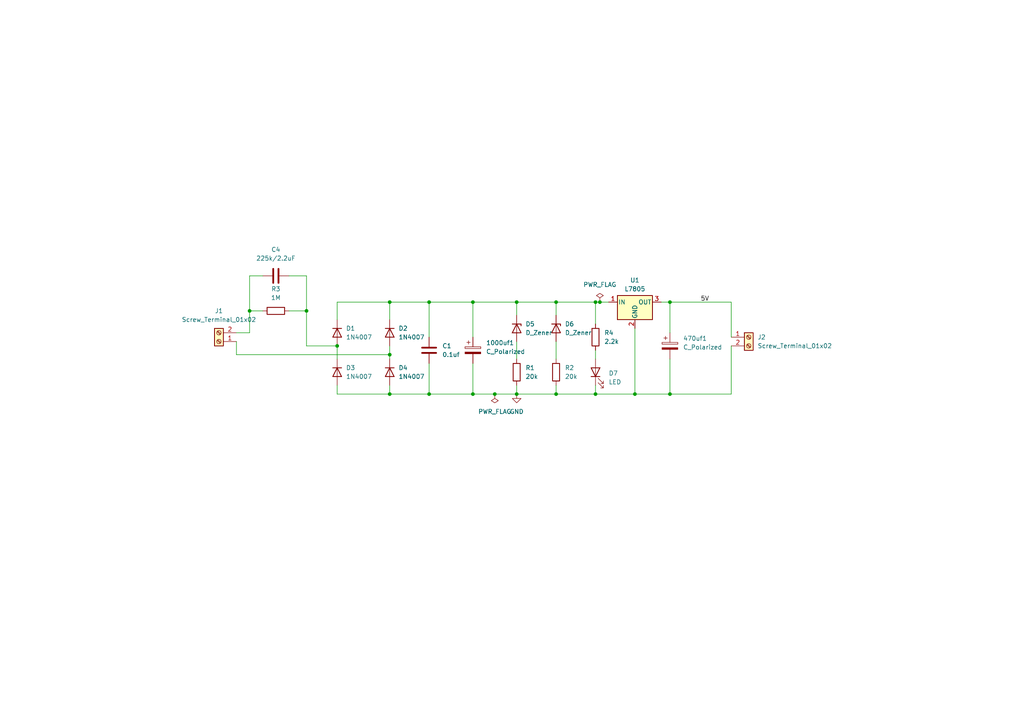
<source format=kicad_sch>
(kicad_sch
	(version 20250114)
	(generator "eeschema")
	(generator_version "9.0")
	(uuid "a6f4a6d4-4c9e-4d60-ac89-75c2ea221e15")
	(paper "A4")
	(title_block
		(title "transformer less power supply")
		(date "2025-12-19")
	)
	(lib_symbols
		(symbol "Connector:Screw_Terminal_01x02"
			(pin_names
				(offset 1.016)
				(hide yes)
			)
			(exclude_from_sim no)
			(in_bom yes)
			(on_board yes)
			(property "Reference" "J"
				(at 0 2.54 0)
				(effects
					(font
						(size 1.27 1.27)
					)
				)
			)
			(property "Value" "Screw_Terminal_01x02"
				(at 0 -5.08 0)
				(effects
					(font
						(size 1.27 1.27)
					)
				)
			)
			(property "Footprint" ""
				(at 0 0 0)
				(effects
					(font
						(size 1.27 1.27)
					)
					(hide yes)
				)
			)
			(property "Datasheet" "~"
				(at 0 0 0)
				(effects
					(font
						(size 1.27 1.27)
					)
					(hide yes)
				)
			)
			(property "Description" "Generic screw terminal, single row, 01x02, script generated (kicad-library-utils/schlib/autogen/connector/)"
				(at 0 0 0)
				(effects
					(font
						(size 1.27 1.27)
					)
					(hide yes)
				)
			)
			(property "ki_keywords" "screw terminal"
				(at 0 0 0)
				(effects
					(font
						(size 1.27 1.27)
					)
					(hide yes)
				)
			)
			(property "ki_fp_filters" "TerminalBlock*:*"
				(at 0 0 0)
				(effects
					(font
						(size 1.27 1.27)
					)
					(hide yes)
				)
			)
			(symbol "Screw_Terminal_01x02_1_1"
				(rectangle
					(start -1.27 1.27)
					(end 1.27 -3.81)
					(stroke
						(width 0.254)
						(type default)
					)
					(fill
						(type background)
					)
				)
				(polyline
					(pts
						(xy -0.5334 0.3302) (xy 0.3302 -0.508)
					)
					(stroke
						(width 0.1524)
						(type default)
					)
					(fill
						(type none)
					)
				)
				(polyline
					(pts
						(xy -0.5334 -2.2098) (xy 0.3302 -3.048)
					)
					(stroke
						(width 0.1524)
						(type default)
					)
					(fill
						(type none)
					)
				)
				(polyline
					(pts
						(xy -0.3556 0.508) (xy 0.508 -0.3302)
					)
					(stroke
						(width 0.1524)
						(type default)
					)
					(fill
						(type none)
					)
				)
				(polyline
					(pts
						(xy -0.3556 -2.032) (xy 0.508 -2.8702)
					)
					(stroke
						(width 0.1524)
						(type default)
					)
					(fill
						(type none)
					)
				)
				(circle
					(center 0 0)
					(radius 0.635)
					(stroke
						(width 0.1524)
						(type default)
					)
					(fill
						(type none)
					)
				)
				(circle
					(center 0 -2.54)
					(radius 0.635)
					(stroke
						(width 0.1524)
						(type default)
					)
					(fill
						(type none)
					)
				)
				(pin passive line
					(at -5.08 0 0)
					(length 3.81)
					(name "Pin_1"
						(effects
							(font
								(size 1.27 1.27)
							)
						)
					)
					(number "1"
						(effects
							(font
								(size 1.27 1.27)
							)
						)
					)
				)
				(pin passive line
					(at -5.08 -2.54 0)
					(length 3.81)
					(name "Pin_2"
						(effects
							(font
								(size 1.27 1.27)
							)
						)
					)
					(number "2"
						(effects
							(font
								(size 1.27 1.27)
							)
						)
					)
				)
			)
			(embedded_fonts no)
		)
		(symbol "Device:C"
			(pin_numbers
				(hide yes)
			)
			(pin_names
				(offset 0.254)
			)
			(exclude_from_sim no)
			(in_bom yes)
			(on_board yes)
			(property "Reference" "C"
				(at 0.635 2.54 0)
				(effects
					(font
						(size 1.27 1.27)
					)
					(justify left)
				)
			)
			(property "Value" "C"
				(at 0.635 -2.54 0)
				(effects
					(font
						(size 1.27 1.27)
					)
					(justify left)
				)
			)
			(property "Footprint" ""
				(at 0.9652 -3.81 0)
				(effects
					(font
						(size 1.27 1.27)
					)
					(hide yes)
				)
			)
			(property "Datasheet" "~"
				(at 0 0 0)
				(effects
					(font
						(size 1.27 1.27)
					)
					(hide yes)
				)
			)
			(property "Description" "Unpolarized capacitor"
				(at 0 0 0)
				(effects
					(font
						(size 1.27 1.27)
					)
					(hide yes)
				)
			)
			(property "ki_keywords" "cap capacitor"
				(at 0 0 0)
				(effects
					(font
						(size 1.27 1.27)
					)
					(hide yes)
				)
			)
			(property "ki_fp_filters" "C_*"
				(at 0 0 0)
				(effects
					(font
						(size 1.27 1.27)
					)
					(hide yes)
				)
			)
			(symbol "C_0_1"
				(polyline
					(pts
						(xy -2.032 0.762) (xy 2.032 0.762)
					)
					(stroke
						(width 0.508)
						(type default)
					)
					(fill
						(type none)
					)
				)
				(polyline
					(pts
						(xy -2.032 -0.762) (xy 2.032 -0.762)
					)
					(stroke
						(width 0.508)
						(type default)
					)
					(fill
						(type none)
					)
				)
			)
			(symbol "C_1_1"
				(pin passive line
					(at 0 3.81 270)
					(length 2.794)
					(name "~"
						(effects
							(font
								(size 1.27 1.27)
							)
						)
					)
					(number "1"
						(effects
							(font
								(size 1.27 1.27)
							)
						)
					)
				)
				(pin passive line
					(at 0 -3.81 90)
					(length 2.794)
					(name "~"
						(effects
							(font
								(size 1.27 1.27)
							)
						)
					)
					(number "2"
						(effects
							(font
								(size 1.27 1.27)
							)
						)
					)
				)
			)
			(embedded_fonts no)
		)
		(symbol "Device:C_Polarized"
			(pin_numbers
				(hide yes)
			)
			(pin_names
				(offset 0.254)
			)
			(exclude_from_sim no)
			(in_bom yes)
			(on_board yes)
			(property "Reference" "C"
				(at 0.635 2.54 0)
				(effects
					(font
						(size 1.27 1.27)
					)
					(justify left)
				)
			)
			(property "Value" "C_Polarized"
				(at 0.635 -2.54 0)
				(effects
					(font
						(size 1.27 1.27)
					)
					(justify left)
				)
			)
			(property "Footprint" ""
				(at 0.9652 -3.81 0)
				(effects
					(font
						(size 1.27 1.27)
					)
					(hide yes)
				)
			)
			(property "Datasheet" "~"
				(at 0 0 0)
				(effects
					(font
						(size 1.27 1.27)
					)
					(hide yes)
				)
			)
			(property "Description" "Polarized capacitor"
				(at 0 0 0)
				(effects
					(font
						(size 1.27 1.27)
					)
					(hide yes)
				)
			)
			(property "ki_keywords" "cap capacitor"
				(at 0 0 0)
				(effects
					(font
						(size 1.27 1.27)
					)
					(hide yes)
				)
			)
			(property "ki_fp_filters" "CP_*"
				(at 0 0 0)
				(effects
					(font
						(size 1.27 1.27)
					)
					(hide yes)
				)
			)
			(symbol "C_Polarized_0_1"
				(rectangle
					(start -2.286 0.508)
					(end 2.286 1.016)
					(stroke
						(width 0)
						(type default)
					)
					(fill
						(type none)
					)
				)
				(polyline
					(pts
						(xy -1.778 2.286) (xy -0.762 2.286)
					)
					(stroke
						(width 0)
						(type default)
					)
					(fill
						(type none)
					)
				)
				(polyline
					(pts
						(xy -1.27 2.794) (xy -1.27 1.778)
					)
					(stroke
						(width 0)
						(type default)
					)
					(fill
						(type none)
					)
				)
				(rectangle
					(start 2.286 -0.508)
					(end -2.286 -1.016)
					(stroke
						(width 0)
						(type default)
					)
					(fill
						(type outline)
					)
				)
			)
			(symbol "C_Polarized_1_1"
				(pin passive line
					(at 0 3.81 270)
					(length 2.794)
					(name "~"
						(effects
							(font
								(size 1.27 1.27)
							)
						)
					)
					(number "1"
						(effects
							(font
								(size 1.27 1.27)
							)
						)
					)
				)
				(pin passive line
					(at 0 -3.81 90)
					(length 2.794)
					(name "~"
						(effects
							(font
								(size 1.27 1.27)
							)
						)
					)
					(number "2"
						(effects
							(font
								(size 1.27 1.27)
							)
						)
					)
				)
			)
			(embedded_fonts no)
		)
		(symbol "Device:D_Zener"
			(pin_numbers
				(hide yes)
			)
			(pin_names
				(offset 1.016)
				(hide yes)
			)
			(exclude_from_sim no)
			(in_bom yes)
			(on_board yes)
			(property "Reference" "D"
				(at 0 2.54 0)
				(effects
					(font
						(size 1.27 1.27)
					)
				)
			)
			(property "Value" "D_Zener"
				(at 0 -2.54 0)
				(effects
					(font
						(size 1.27 1.27)
					)
				)
			)
			(property "Footprint" ""
				(at 0 0 0)
				(effects
					(font
						(size 1.27 1.27)
					)
					(hide yes)
				)
			)
			(property "Datasheet" "~"
				(at 0 0 0)
				(effects
					(font
						(size 1.27 1.27)
					)
					(hide yes)
				)
			)
			(property "Description" "Zener diode"
				(at 0 0 0)
				(effects
					(font
						(size 1.27 1.27)
					)
					(hide yes)
				)
			)
			(property "ki_keywords" "diode"
				(at 0 0 0)
				(effects
					(font
						(size 1.27 1.27)
					)
					(hide yes)
				)
			)
			(property "ki_fp_filters" "TO-???* *_Diode_* *SingleDiode* D_*"
				(at 0 0 0)
				(effects
					(font
						(size 1.27 1.27)
					)
					(hide yes)
				)
			)
			(symbol "D_Zener_0_1"
				(polyline
					(pts
						(xy -1.27 -1.27) (xy -1.27 1.27) (xy -0.762 1.27)
					)
					(stroke
						(width 0.254)
						(type default)
					)
					(fill
						(type none)
					)
				)
				(polyline
					(pts
						(xy 1.27 0) (xy -1.27 0)
					)
					(stroke
						(width 0)
						(type default)
					)
					(fill
						(type none)
					)
				)
				(polyline
					(pts
						(xy 1.27 -1.27) (xy 1.27 1.27) (xy -1.27 0) (xy 1.27 -1.27)
					)
					(stroke
						(width 0.254)
						(type default)
					)
					(fill
						(type none)
					)
				)
			)
			(symbol "D_Zener_1_1"
				(pin passive line
					(at -3.81 0 0)
					(length 2.54)
					(name "K"
						(effects
							(font
								(size 1.27 1.27)
							)
						)
					)
					(number "1"
						(effects
							(font
								(size 1.27 1.27)
							)
						)
					)
				)
				(pin passive line
					(at 3.81 0 180)
					(length 2.54)
					(name "A"
						(effects
							(font
								(size 1.27 1.27)
							)
						)
					)
					(number "2"
						(effects
							(font
								(size 1.27 1.27)
							)
						)
					)
				)
			)
			(embedded_fonts no)
		)
		(symbol "Device:LED"
			(pin_numbers
				(hide yes)
			)
			(pin_names
				(offset 1.016)
				(hide yes)
			)
			(exclude_from_sim no)
			(in_bom yes)
			(on_board yes)
			(property "Reference" "D"
				(at 0 2.54 0)
				(effects
					(font
						(size 1.27 1.27)
					)
				)
			)
			(property "Value" "LED"
				(at 0 -2.54 0)
				(effects
					(font
						(size 1.27 1.27)
					)
				)
			)
			(property "Footprint" ""
				(at 0 0 0)
				(effects
					(font
						(size 1.27 1.27)
					)
					(hide yes)
				)
			)
			(property "Datasheet" "~"
				(at 0 0 0)
				(effects
					(font
						(size 1.27 1.27)
					)
					(hide yes)
				)
			)
			(property "Description" "Light emitting diode"
				(at 0 0 0)
				(effects
					(font
						(size 1.27 1.27)
					)
					(hide yes)
				)
			)
			(property "Sim.Pins" "1=K 2=A"
				(at 0 0 0)
				(effects
					(font
						(size 1.27 1.27)
					)
					(hide yes)
				)
			)
			(property "ki_keywords" "LED diode"
				(at 0 0 0)
				(effects
					(font
						(size 1.27 1.27)
					)
					(hide yes)
				)
			)
			(property "ki_fp_filters" "LED* LED_SMD:* LED_THT:*"
				(at 0 0 0)
				(effects
					(font
						(size 1.27 1.27)
					)
					(hide yes)
				)
			)
			(symbol "LED_0_1"
				(polyline
					(pts
						(xy -3.048 -0.762) (xy -4.572 -2.286) (xy -3.81 -2.286) (xy -4.572 -2.286) (xy -4.572 -1.524)
					)
					(stroke
						(width 0)
						(type default)
					)
					(fill
						(type none)
					)
				)
				(polyline
					(pts
						(xy -1.778 -0.762) (xy -3.302 -2.286) (xy -2.54 -2.286) (xy -3.302 -2.286) (xy -3.302 -1.524)
					)
					(stroke
						(width 0)
						(type default)
					)
					(fill
						(type none)
					)
				)
				(polyline
					(pts
						(xy -1.27 0) (xy 1.27 0)
					)
					(stroke
						(width 0)
						(type default)
					)
					(fill
						(type none)
					)
				)
				(polyline
					(pts
						(xy -1.27 -1.27) (xy -1.27 1.27)
					)
					(stroke
						(width 0.254)
						(type default)
					)
					(fill
						(type none)
					)
				)
				(polyline
					(pts
						(xy 1.27 -1.27) (xy 1.27 1.27) (xy -1.27 0) (xy 1.27 -1.27)
					)
					(stroke
						(width 0.254)
						(type default)
					)
					(fill
						(type none)
					)
				)
			)
			(symbol "LED_1_1"
				(pin passive line
					(at -3.81 0 0)
					(length 2.54)
					(name "K"
						(effects
							(font
								(size 1.27 1.27)
							)
						)
					)
					(number "1"
						(effects
							(font
								(size 1.27 1.27)
							)
						)
					)
				)
				(pin passive line
					(at 3.81 0 180)
					(length 2.54)
					(name "A"
						(effects
							(font
								(size 1.27 1.27)
							)
						)
					)
					(number "2"
						(effects
							(font
								(size 1.27 1.27)
							)
						)
					)
				)
			)
			(embedded_fonts no)
		)
		(symbol "Device:R"
			(pin_numbers
				(hide yes)
			)
			(pin_names
				(offset 0)
			)
			(exclude_from_sim no)
			(in_bom yes)
			(on_board yes)
			(property "Reference" "R"
				(at 2.032 0 90)
				(effects
					(font
						(size 1.27 1.27)
					)
				)
			)
			(property "Value" "R"
				(at 0 0 90)
				(effects
					(font
						(size 1.27 1.27)
					)
				)
			)
			(property "Footprint" ""
				(at -1.778 0 90)
				(effects
					(font
						(size 1.27 1.27)
					)
					(hide yes)
				)
			)
			(property "Datasheet" "~"
				(at 0 0 0)
				(effects
					(font
						(size 1.27 1.27)
					)
					(hide yes)
				)
			)
			(property "Description" "Resistor"
				(at 0 0 0)
				(effects
					(font
						(size 1.27 1.27)
					)
					(hide yes)
				)
			)
			(property "ki_keywords" "R res resistor"
				(at 0 0 0)
				(effects
					(font
						(size 1.27 1.27)
					)
					(hide yes)
				)
			)
			(property "ki_fp_filters" "R_*"
				(at 0 0 0)
				(effects
					(font
						(size 1.27 1.27)
					)
					(hide yes)
				)
			)
			(symbol "R_0_1"
				(rectangle
					(start -1.016 -2.54)
					(end 1.016 2.54)
					(stroke
						(width 0.254)
						(type default)
					)
					(fill
						(type none)
					)
				)
			)
			(symbol "R_1_1"
				(pin passive line
					(at 0 3.81 270)
					(length 1.27)
					(name "~"
						(effects
							(font
								(size 1.27 1.27)
							)
						)
					)
					(number "1"
						(effects
							(font
								(size 1.27 1.27)
							)
						)
					)
				)
				(pin passive line
					(at 0 -3.81 90)
					(length 1.27)
					(name "~"
						(effects
							(font
								(size 1.27 1.27)
							)
						)
					)
					(number "2"
						(effects
							(font
								(size 1.27 1.27)
							)
						)
					)
				)
			)
			(embedded_fonts no)
		)
		(symbol "Diode:1N4007"
			(pin_numbers
				(hide yes)
			)
			(pin_names
				(hide yes)
			)
			(exclude_from_sim no)
			(in_bom yes)
			(on_board yes)
			(property "Reference" "D"
				(at 0 2.54 0)
				(effects
					(font
						(size 1.27 1.27)
					)
				)
			)
			(property "Value" "1N4007"
				(at 0 -2.54 0)
				(effects
					(font
						(size 1.27 1.27)
					)
				)
			)
			(property "Footprint" "Diode_THT:D_DO-41_SOD81_P10.16mm_Horizontal"
				(at 0 -4.445 0)
				(effects
					(font
						(size 1.27 1.27)
					)
					(hide yes)
				)
			)
			(property "Datasheet" "http://www.vishay.com/docs/88503/1n4001.pdf"
				(at 0 0 0)
				(effects
					(font
						(size 1.27 1.27)
					)
					(hide yes)
				)
			)
			(property "Description" "1000V 1A General Purpose Rectifier Diode, DO-41"
				(at 0 0 0)
				(effects
					(font
						(size 1.27 1.27)
					)
					(hide yes)
				)
			)
			(property "Sim.Device" "D"
				(at 0 0 0)
				(effects
					(font
						(size 1.27 1.27)
					)
					(hide yes)
				)
			)
			(property "Sim.Pins" "1=K 2=A"
				(at 0 0 0)
				(effects
					(font
						(size 1.27 1.27)
					)
					(hide yes)
				)
			)
			(property "ki_keywords" "diode"
				(at 0 0 0)
				(effects
					(font
						(size 1.27 1.27)
					)
					(hide yes)
				)
			)
			(property "ki_fp_filters" "D*DO?41*"
				(at 0 0 0)
				(effects
					(font
						(size 1.27 1.27)
					)
					(hide yes)
				)
			)
			(symbol "1N4007_0_1"
				(polyline
					(pts
						(xy -1.27 1.27) (xy -1.27 -1.27)
					)
					(stroke
						(width 0.254)
						(type default)
					)
					(fill
						(type none)
					)
				)
				(polyline
					(pts
						(xy 1.27 1.27) (xy 1.27 -1.27) (xy -1.27 0) (xy 1.27 1.27)
					)
					(stroke
						(width 0.254)
						(type default)
					)
					(fill
						(type none)
					)
				)
				(polyline
					(pts
						(xy 1.27 0) (xy -1.27 0)
					)
					(stroke
						(width 0)
						(type default)
					)
					(fill
						(type none)
					)
				)
			)
			(symbol "1N4007_1_1"
				(pin passive line
					(at -3.81 0 0)
					(length 2.54)
					(name "K"
						(effects
							(font
								(size 1.27 1.27)
							)
						)
					)
					(number "1"
						(effects
							(font
								(size 1.27 1.27)
							)
						)
					)
				)
				(pin passive line
					(at 3.81 0 180)
					(length 2.54)
					(name "A"
						(effects
							(font
								(size 1.27 1.27)
							)
						)
					)
					(number "2"
						(effects
							(font
								(size 1.27 1.27)
							)
						)
					)
				)
			)
			(embedded_fonts no)
		)
		(symbol "Regulator_Linear:L7805"
			(pin_names
				(offset 0.254)
			)
			(exclude_from_sim no)
			(in_bom yes)
			(on_board yes)
			(property "Reference" "U"
				(at -3.81 3.175 0)
				(effects
					(font
						(size 1.27 1.27)
					)
				)
			)
			(property "Value" "L7805"
				(at 0 3.175 0)
				(effects
					(font
						(size 1.27 1.27)
					)
					(justify left)
				)
			)
			(property "Footprint" ""
				(at 0.635 -3.81 0)
				(effects
					(font
						(size 1.27 1.27)
						(italic yes)
					)
					(justify left)
					(hide yes)
				)
			)
			(property "Datasheet" "http://www.st.com/content/ccc/resource/technical/document/datasheet/41/4f/b3/b0/12/d4/47/88/CD00000444.pdf/files/CD00000444.pdf/jcr:content/translations/en.CD00000444.pdf"
				(at 0 -1.27 0)
				(effects
					(font
						(size 1.27 1.27)
					)
					(hide yes)
				)
			)
			(property "Description" "Positive 1.5A 35V Linear Regulator, Fixed Output 5V, TO-220/TO-263/TO-252"
				(at 0 0 0)
				(effects
					(font
						(size 1.27 1.27)
					)
					(hide yes)
				)
			)
			(property "ki_keywords" "Voltage Regulator 1.5A Positive"
				(at 0 0 0)
				(effects
					(font
						(size 1.27 1.27)
					)
					(hide yes)
				)
			)
			(property "ki_fp_filters" "TO?252* TO?263* TO?220*"
				(at 0 0 0)
				(effects
					(font
						(size 1.27 1.27)
					)
					(hide yes)
				)
			)
			(symbol "L7805_0_1"
				(rectangle
					(start -5.08 1.905)
					(end 5.08 -5.08)
					(stroke
						(width 0.254)
						(type default)
					)
					(fill
						(type background)
					)
				)
			)
			(symbol "L7805_1_1"
				(pin power_in line
					(at -7.62 0 0)
					(length 2.54)
					(name "IN"
						(effects
							(font
								(size 1.27 1.27)
							)
						)
					)
					(number "1"
						(effects
							(font
								(size 1.27 1.27)
							)
						)
					)
				)
				(pin power_in line
					(at 0 -7.62 90)
					(length 2.54)
					(name "GND"
						(effects
							(font
								(size 1.27 1.27)
							)
						)
					)
					(number "2"
						(effects
							(font
								(size 1.27 1.27)
							)
						)
					)
				)
				(pin power_out line
					(at 7.62 0 180)
					(length 2.54)
					(name "OUT"
						(effects
							(font
								(size 1.27 1.27)
							)
						)
					)
					(number "3"
						(effects
							(font
								(size 1.27 1.27)
							)
						)
					)
				)
			)
			(embedded_fonts no)
		)
		(symbol "power:GND"
			(power)
			(pin_numbers
				(hide yes)
			)
			(pin_names
				(offset 0)
				(hide yes)
			)
			(exclude_from_sim no)
			(in_bom yes)
			(on_board yes)
			(property "Reference" "#PWR"
				(at 0 -6.35 0)
				(effects
					(font
						(size 1.27 1.27)
					)
					(hide yes)
				)
			)
			(property "Value" "GND"
				(at 0 -3.81 0)
				(effects
					(font
						(size 1.27 1.27)
					)
				)
			)
			(property "Footprint" ""
				(at 0 0 0)
				(effects
					(font
						(size 1.27 1.27)
					)
					(hide yes)
				)
			)
			(property "Datasheet" ""
				(at 0 0 0)
				(effects
					(font
						(size 1.27 1.27)
					)
					(hide yes)
				)
			)
			(property "Description" "Power symbol creates a global label with name \"GND\" , ground"
				(at 0 0 0)
				(effects
					(font
						(size 1.27 1.27)
					)
					(hide yes)
				)
			)
			(property "ki_keywords" "global power"
				(at 0 0 0)
				(effects
					(font
						(size 1.27 1.27)
					)
					(hide yes)
				)
			)
			(symbol "GND_0_1"
				(polyline
					(pts
						(xy 0 0) (xy 0 -1.27) (xy 1.27 -1.27) (xy 0 -2.54) (xy -1.27 -1.27) (xy 0 -1.27)
					)
					(stroke
						(width 0)
						(type default)
					)
					(fill
						(type none)
					)
				)
			)
			(symbol "GND_1_1"
				(pin power_in line
					(at 0 0 270)
					(length 0)
					(name "~"
						(effects
							(font
								(size 1.27 1.27)
							)
						)
					)
					(number "1"
						(effects
							(font
								(size 1.27 1.27)
							)
						)
					)
				)
			)
			(embedded_fonts no)
		)
		(symbol "power:PWR_FLAG"
			(power)
			(pin_numbers
				(hide yes)
			)
			(pin_names
				(offset 0)
				(hide yes)
			)
			(exclude_from_sim no)
			(in_bom yes)
			(on_board yes)
			(property "Reference" "#FLG"
				(at 0 1.905 0)
				(effects
					(font
						(size 1.27 1.27)
					)
					(hide yes)
				)
			)
			(property "Value" "PWR_FLAG"
				(at 0 3.81 0)
				(effects
					(font
						(size 1.27 1.27)
					)
				)
			)
			(property "Footprint" ""
				(at 0 0 0)
				(effects
					(font
						(size 1.27 1.27)
					)
					(hide yes)
				)
			)
			(property "Datasheet" "~"
				(at 0 0 0)
				(effects
					(font
						(size 1.27 1.27)
					)
					(hide yes)
				)
			)
			(property "Description" "Special symbol for telling ERC where power comes from"
				(at 0 0 0)
				(effects
					(font
						(size 1.27 1.27)
					)
					(hide yes)
				)
			)
			(property "ki_keywords" "flag power"
				(at 0 0 0)
				(effects
					(font
						(size 1.27 1.27)
					)
					(hide yes)
				)
			)
			(symbol "PWR_FLAG_0_0"
				(pin power_out line
					(at 0 0 90)
					(length 0)
					(name "~"
						(effects
							(font
								(size 1.27 1.27)
							)
						)
					)
					(number "1"
						(effects
							(font
								(size 1.27 1.27)
							)
						)
					)
				)
			)
			(symbol "PWR_FLAG_0_1"
				(polyline
					(pts
						(xy 0 0) (xy 0 1.27) (xy -1.016 1.905) (xy 0 2.54) (xy 1.016 1.905) (xy 0 1.27)
					)
					(stroke
						(width 0)
						(type default)
					)
					(fill
						(type none)
					)
				)
			)
			(embedded_fonts no)
		)
	)
	(junction
		(at 113.03 102.87)
		(diameter 0)
		(color 0 0 0 0)
		(uuid "12fc8074-df80-4211-9eac-90df9dd72590")
	)
	(junction
		(at 161.29 87.63)
		(diameter 0)
		(color 0 0 0 0)
		(uuid "132ed006-f2e8-49ef-8a92-55d2a7526cbb")
	)
	(junction
		(at 172.72 87.63)
		(diameter 0)
		(color 0 0 0 0)
		(uuid "1a069c2b-3f28-41fd-b7cc-8815a668ca74")
	)
	(junction
		(at 184.15 114.3)
		(diameter 0)
		(color 0 0 0 0)
		(uuid "218c283a-8ec8-4c5e-9a6b-049431836ab9")
	)
	(junction
		(at 72.39 90.17)
		(diameter 0)
		(color 0 0 0 0)
		(uuid "2b352de1-79d8-40a7-a1a8-b51ac3a31020")
	)
	(junction
		(at 172.72 114.3)
		(diameter 0)
		(color 0 0 0 0)
		(uuid "4a974fce-f815-4dcd-9cf7-cee0f56c5443")
	)
	(junction
		(at 137.16 114.3)
		(diameter 0)
		(color 0 0 0 0)
		(uuid "4dd54b30-9982-440d-88d8-11c6620cc834")
	)
	(junction
		(at 124.46 87.63)
		(diameter 0)
		(color 0 0 0 0)
		(uuid "52571c7e-da56-43a6-96d1-078627f9114c")
	)
	(junction
		(at 137.16 87.63)
		(diameter 0)
		(color 0 0 0 0)
		(uuid "56915f7e-16e0-4410-8a17-599803df7eef")
	)
	(junction
		(at 143.51 114.3)
		(diameter 0)
		(color 0 0 0 0)
		(uuid "579cbaff-544a-46e9-91f5-37ccf0293866")
	)
	(junction
		(at 161.29 114.3)
		(diameter 0)
		(color 0 0 0 0)
		(uuid "5dfbe237-163b-482b-95c8-4b27bbebc382")
	)
	(junction
		(at 173.99 87.63)
		(diameter 0)
		(color 0 0 0 0)
		(uuid "8a501390-7e97-47e9-8ab1-83bb3227388d")
	)
	(junction
		(at 124.46 114.3)
		(diameter 0)
		(color 0 0 0 0)
		(uuid "a6718efa-1df0-454d-843e-7ffc6cde2a8f")
	)
	(junction
		(at 97.79 100.33)
		(diameter 0)
		(color 0 0 0 0)
		(uuid "ba4b7ee4-5da7-4105-b675-2763ff55290a")
	)
	(junction
		(at 113.03 87.63)
		(diameter 0)
		(color 0 0 0 0)
		(uuid "c0813226-fa19-4fcd-9167-6f0bdf8cc58a")
	)
	(junction
		(at 194.31 114.3)
		(diameter 0)
		(color 0 0 0 0)
		(uuid "cfdb1655-b089-44ce-8fa3-cc4880734a94")
	)
	(junction
		(at 113.03 114.3)
		(diameter 0)
		(color 0 0 0 0)
		(uuid "da3b97b5-dda7-46b7-8d75-6446eade489c")
	)
	(junction
		(at 149.86 114.3)
		(diameter 0)
		(color 0 0 0 0)
		(uuid "ddb73218-e00e-4b24-9478-dd8a6af5e6d1")
	)
	(junction
		(at 149.86 87.63)
		(diameter 0)
		(color 0 0 0 0)
		(uuid "ee4ef457-5f3e-4ca4-97c8-a7e065fd1e81")
	)
	(junction
		(at 194.31 87.63)
		(diameter 0)
		(color 0 0 0 0)
		(uuid "f584a647-c8c5-47b1-b9c8-10ca62f6a74d")
	)
	(junction
		(at 88.9 90.17)
		(diameter 0)
		(color 0 0 0 0)
		(uuid "f9d8c00c-9863-4200-96ce-3383d3533857")
	)
	(wire
		(pts
			(xy 191.77 87.63) (xy 194.31 87.63)
		)
		(stroke
			(width 0)
			(type default)
		)
		(uuid "051cddeb-fb7c-497e-8e9e-99523056537c")
	)
	(wire
		(pts
			(xy 149.86 111.76) (xy 149.86 114.3)
		)
		(stroke
			(width 0)
			(type default)
		)
		(uuid "0630fb89-f6da-4cbe-8c60-fdd2eacef6ef")
	)
	(wire
		(pts
			(xy 72.39 90.17) (xy 76.2 90.17)
		)
		(stroke
			(width 0)
			(type default)
		)
		(uuid "066233ca-a00c-41fc-ad1b-f6bad2fc3158")
	)
	(wire
		(pts
			(xy 83.82 80.01) (xy 88.9 80.01)
		)
		(stroke
			(width 0)
			(type default)
		)
		(uuid "0ebe1d7e-f4be-4632-8302-83d8e8637a32")
	)
	(wire
		(pts
			(xy 194.31 87.63) (xy 194.31 96.52)
		)
		(stroke
			(width 0)
			(type default)
		)
		(uuid "1333b070-1e8a-4c38-86c0-28329d9b4af9")
	)
	(wire
		(pts
			(xy 172.72 114.3) (xy 184.15 114.3)
		)
		(stroke
			(width 0)
			(type default)
		)
		(uuid "15e467fb-346b-4709-9b69-6bc4d82335aa")
	)
	(wire
		(pts
			(xy 149.86 87.63) (xy 161.29 87.63)
		)
		(stroke
			(width 0)
			(type default)
		)
		(uuid "1b9d165e-b9fb-4beb-8786-f5315b440462")
	)
	(wire
		(pts
			(xy 149.86 87.63) (xy 149.86 91.44)
		)
		(stroke
			(width 0)
			(type default)
		)
		(uuid "2027f6cf-7c87-4897-b454-70684c93efd3")
	)
	(wire
		(pts
			(xy 184.15 95.25) (xy 184.15 114.3)
		)
		(stroke
			(width 0)
			(type default)
		)
		(uuid "232f8b2f-1c2e-4ce8-ba7b-3a3a82094730")
	)
	(wire
		(pts
			(xy 194.31 87.63) (xy 212.09 87.63)
		)
		(stroke
			(width 0)
			(type default)
		)
		(uuid "273a93a9-6c04-4434-850f-f7d062dc058e")
	)
	(wire
		(pts
			(xy 113.03 100.33) (xy 113.03 102.87)
		)
		(stroke
			(width 0)
			(type default)
		)
		(uuid "28127152-87a3-4a0a-b708-76615850bdb5")
	)
	(wire
		(pts
			(xy 173.99 87.63) (xy 176.53 87.63)
		)
		(stroke
			(width 0)
			(type default)
		)
		(uuid "2adf361d-b6a5-4339-a7d6-580c10de8667")
	)
	(wire
		(pts
			(xy 72.39 80.01) (xy 76.2 80.01)
		)
		(stroke
			(width 0)
			(type default)
		)
		(uuid "2c32a5c1-f7ac-47fa-b0c3-3254480aa1fb")
	)
	(wire
		(pts
			(xy 68.58 102.87) (xy 113.03 102.87)
		)
		(stroke
			(width 0)
			(type default)
		)
		(uuid "33e5fa57-042a-4ef2-91d5-6d4a17a7da0c")
	)
	(wire
		(pts
			(xy 149.86 99.06) (xy 149.86 104.14)
		)
		(stroke
			(width 0)
			(type default)
		)
		(uuid "3b5df0b5-b60e-4f15-ae69-044c3c6190c0")
	)
	(wire
		(pts
			(xy 113.03 114.3) (xy 113.03 111.76)
		)
		(stroke
			(width 0)
			(type default)
		)
		(uuid "3be8f82d-c84b-480d-9cd7-192c49486a12")
	)
	(wire
		(pts
			(xy 172.72 114.3) (xy 161.29 114.3)
		)
		(stroke
			(width 0)
			(type default)
		)
		(uuid "3d0dc91a-987a-4fa5-af97-34fb8d547297")
	)
	(wire
		(pts
			(xy 172.72 87.63) (xy 172.72 93.98)
		)
		(stroke
			(width 0)
			(type default)
		)
		(uuid "467513e7-acae-4c65-a072-34fffc346894")
	)
	(wire
		(pts
			(xy 88.9 80.01) (xy 88.9 90.17)
		)
		(stroke
			(width 0)
			(type default)
		)
		(uuid "47a1a69b-db1a-4581-95a5-dac0f8a9a8ac")
	)
	(wire
		(pts
			(xy 124.46 87.63) (xy 124.46 97.79)
		)
		(stroke
			(width 0)
			(type default)
		)
		(uuid "4b2840f1-f781-49c7-81f9-1af466317ee7")
	)
	(wire
		(pts
			(xy 184.15 114.3) (xy 194.31 114.3)
		)
		(stroke
			(width 0)
			(type default)
		)
		(uuid "547b4dd4-a0c5-430b-a522-a6d9dbc5cc1a")
	)
	(wire
		(pts
			(xy 137.16 114.3) (xy 124.46 114.3)
		)
		(stroke
			(width 0)
			(type default)
		)
		(uuid "54ba3994-2115-4be2-9f21-bdabfa032857")
	)
	(wire
		(pts
			(xy 212.09 100.33) (xy 212.09 114.3)
		)
		(stroke
			(width 0)
			(type default)
		)
		(uuid "54fe44ee-787a-4928-b43a-88151016fb6b")
	)
	(wire
		(pts
			(xy 124.46 105.41) (xy 124.46 114.3)
		)
		(stroke
			(width 0)
			(type default)
		)
		(uuid "644a2755-3616-4ec1-8d6a-7ecb00ebc984")
	)
	(wire
		(pts
			(xy 113.03 102.87) (xy 113.03 104.14)
		)
		(stroke
			(width 0)
			(type default)
		)
		(uuid "64fd2e00-0421-4c14-a991-ef95bed7966d")
	)
	(wire
		(pts
			(xy 149.86 114.3) (xy 161.29 114.3)
		)
		(stroke
			(width 0)
			(type default)
		)
		(uuid "656b3abb-72f8-40f4-9581-07a4dfdd1d7b")
	)
	(wire
		(pts
			(xy 97.79 87.63) (xy 113.03 87.63)
		)
		(stroke
			(width 0)
			(type default)
		)
		(uuid "6a296623-b3ec-4137-8dc0-ca3546a7365e")
	)
	(wire
		(pts
			(xy 68.58 96.52) (xy 72.39 96.52)
		)
		(stroke
			(width 0)
			(type default)
		)
		(uuid "6a43382e-afb1-4777-8955-f86d026bdcd0")
	)
	(wire
		(pts
			(xy 172.72 101.6) (xy 172.72 104.14)
		)
		(stroke
			(width 0)
			(type default)
		)
		(uuid "6aeedf1e-eeb9-40f9-bd24-f117251b7ff0")
	)
	(wire
		(pts
			(xy 172.72 87.63) (xy 173.99 87.63)
		)
		(stroke
			(width 0)
			(type default)
		)
		(uuid "735fa356-1f04-41fd-947f-0de376197f82")
	)
	(wire
		(pts
			(xy 97.79 100.33) (xy 97.79 104.14)
		)
		(stroke
			(width 0)
			(type default)
		)
		(uuid "78cbfb4a-93ce-4fd1-987a-868f5ff08042")
	)
	(wire
		(pts
			(xy 97.79 114.3) (xy 113.03 114.3)
		)
		(stroke
			(width 0)
			(type default)
		)
		(uuid "78dd2489-e954-43ac-aa27-f6d40e676c34")
	)
	(wire
		(pts
			(xy 172.72 111.76) (xy 172.72 114.3)
		)
		(stroke
			(width 0)
			(type default)
		)
		(uuid "7c626a9a-2849-4164-94ad-7af3d97bc8e2")
	)
	(wire
		(pts
			(xy 83.82 90.17) (xy 88.9 90.17)
		)
		(stroke
			(width 0)
			(type default)
		)
		(uuid "8327ee1e-0e10-47b9-b145-7e362243d63f")
	)
	(wire
		(pts
			(xy 113.03 114.3) (xy 124.46 114.3)
		)
		(stroke
			(width 0)
			(type default)
		)
		(uuid "8a2e2ef5-5fb0-4029-8d06-07a3bb34f30b")
	)
	(wire
		(pts
			(xy 149.86 87.63) (xy 137.16 87.63)
		)
		(stroke
			(width 0)
			(type default)
		)
		(uuid "903d2d4d-2c3b-4f70-808a-9058f78a044d")
	)
	(wire
		(pts
			(xy 124.46 87.63) (xy 137.16 87.63)
		)
		(stroke
			(width 0)
			(type default)
		)
		(uuid "9093c4d1-6c58-45f7-83cb-18b911d95c2c")
	)
	(wire
		(pts
			(xy 68.58 99.06) (xy 68.58 102.87)
		)
		(stroke
			(width 0)
			(type default)
		)
		(uuid "934818a0-9b4d-440b-8de0-914d2ed6ad7f")
	)
	(wire
		(pts
			(xy 97.79 92.71) (xy 97.79 87.63)
		)
		(stroke
			(width 0)
			(type default)
		)
		(uuid "943e3bed-be35-43a2-bb2c-158b95ca7d2b")
	)
	(wire
		(pts
			(xy 212.09 87.63) (xy 212.09 97.79)
		)
		(stroke
			(width 0)
			(type default)
		)
		(uuid "9a847f43-0d7a-4027-a3da-c2bd9cf43a70")
	)
	(wire
		(pts
			(xy 161.29 87.63) (xy 161.29 91.44)
		)
		(stroke
			(width 0)
			(type default)
		)
		(uuid "a0822ded-6fe9-4baf-b3c6-86eb05e98ce4")
	)
	(wire
		(pts
			(xy 97.79 111.76) (xy 97.79 114.3)
		)
		(stroke
			(width 0)
			(type default)
		)
		(uuid "a0b375da-5822-4513-84c5-b72752b74e9b")
	)
	(wire
		(pts
			(xy 88.9 100.33) (xy 97.79 100.33)
		)
		(stroke
			(width 0)
			(type default)
		)
		(uuid "a5254976-f709-492d-8cc9-749c935ee061")
	)
	(wire
		(pts
			(xy 88.9 90.17) (xy 88.9 100.33)
		)
		(stroke
			(width 0)
			(type default)
		)
		(uuid "a7551687-a744-4856-8082-eda2aa4bc5ee")
	)
	(wire
		(pts
			(xy 113.03 87.63) (xy 124.46 87.63)
		)
		(stroke
			(width 0)
			(type default)
		)
		(uuid "a924b70d-27dd-4ee8-a75c-be3bc7323634")
	)
	(wire
		(pts
			(xy 72.39 96.52) (xy 72.39 90.17)
		)
		(stroke
			(width 0)
			(type default)
		)
		(uuid "ab0f8e3e-2067-4dc7-bc7a-11f011bf3573")
	)
	(wire
		(pts
			(xy 137.16 105.41) (xy 137.16 114.3)
		)
		(stroke
			(width 0)
			(type default)
		)
		(uuid "b86c0542-1589-4658-a9c2-aef04d63daab")
	)
	(wire
		(pts
			(xy 161.29 87.63) (xy 172.72 87.63)
		)
		(stroke
			(width 0)
			(type default)
		)
		(uuid "cc9bf360-a188-434f-8044-ffa29d6c1640")
	)
	(wire
		(pts
			(xy 72.39 90.17) (xy 72.39 80.01)
		)
		(stroke
			(width 0)
			(type default)
		)
		(uuid "d2c2371a-b77f-45ad-a33e-3ac4b5fc7fcd")
	)
	(wire
		(pts
			(xy 137.16 87.63) (xy 137.16 97.79)
		)
		(stroke
			(width 0)
			(type default)
		)
		(uuid "dd83cdbd-2b3d-41f4-8250-1ab0cfb91921")
	)
	(wire
		(pts
			(xy 137.16 114.3) (xy 143.51 114.3)
		)
		(stroke
			(width 0)
			(type default)
		)
		(uuid "dfb77031-0b94-4848-83bb-2d04e36b7e31")
	)
	(wire
		(pts
			(xy 143.51 114.3) (xy 149.86 114.3)
		)
		(stroke
			(width 0)
			(type default)
		)
		(uuid "e03f8a6c-10f8-43c4-8336-3d4789841aaf")
	)
	(wire
		(pts
			(xy 113.03 87.63) (xy 113.03 92.71)
		)
		(stroke
			(width 0)
			(type default)
		)
		(uuid "e1bd0245-1dee-4479-928f-0045022e191c")
	)
	(wire
		(pts
			(xy 161.29 111.76) (xy 161.29 114.3)
		)
		(stroke
			(width 0)
			(type default)
		)
		(uuid "e4f60c1b-7c1b-4845-bcd8-d52412140d2e")
	)
	(wire
		(pts
			(xy 212.09 114.3) (xy 194.31 114.3)
		)
		(stroke
			(width 0)
			(type default)
		)
		(uuid "eb2bda86-d774-4f3b-a4cc-6c48417227e6")
	)
	(wire
		(pts
			(xy 161.29 99.06) (xy 161.29 104.14)
		)
		(stroke
			(width 0)
			(type default)
		)
		(uuid "ee011f30-7e16-4a8f-b782-4efb53b8cff6")
	)
	(wire
		(pts
			(xy 194.31 104.14) (xy 194.31 114.3)
		)
		(stroke
			(width 0)
			(type default)
		)
		(uuid "f1a2463b-5add-4f79-b48d-af9676ee5677")
	)
	(label "5V"
		(at 203.2 87.63 0)
		(effects
			(font
				(size 1.27 1.27)
			)
			(justify left bottom)
		)
		(uuid "ef4bfc3a-d662-4e1b-ae92-69f3f36f6de3")
	)
	(symbol
		(lib_id "power:PWR_FLAG")
		(at 143.51 114.3 180)
		(unit 1)
		(exclude_from_sim no)
		(in_bom yes)
		(on_board yes)
		(dnp no)
		(fields_autoplaced yes)
		(uuid "01186cb8-a130-4f94-8148-16f191fb4875")
		(property "Reference" "#FLG02"
			(at 143.51 116.205 0)
			(effects
				(font
					(size 1.27 1.27)
				)
				(hide yes)
			)
		)
		(property "Value" "PWR_FLAG"
			(at 143.51 119.38 0)
			(effects
				(font
					(size 1.27 1.27)
				)
			)
		)
		(property "Footprint" ""
			(at 143.51 114.3 0)
			(effects
				(font
					(size 1.27 1.27)
				)
				(hide yes)
			)
		)
		(property "Datasheet" "~"
			(at 143.51 114.3 0)
			(effects
				(font
					(size 1.27 1.27)
				)
				(hide yes)
			)
		)
		(property "Description" "Special symbol for telling ERC where power comes from"
			(at 143.51 114.3 0)
			(effects
				(font
					(size 1.27 1.27)
				)
				(hide yes)
			)
		)
		(pin "1"
			(uuid "739b31c7-d209-413f-a7e1-5b8903fc1dc3")
		)
		(instances
			(project "transformer_less_power_supply"
				(path "/a6f4a6d4-4c9e-4d60-ac89-75c2ea221e15"
					(reference "#FLG02")
					(unit 1)
				)
			)
		)
	)
	(symbol
		(lib_id "Regulator_Linear:L7805")
		(at 184.15 87.63 0)
		(unit 1)
		(exclude_from_sim no)
		(in_bom yes)
		(on_board yes)
		(dnp no)
		(fields_autoplaced yes)
		(uuid "0d3a967a-499c-4d5c-b91c-3a4960dd7130")
		(property "Reference" "U1"
			(at 184.15 81.28 0)
			(effects
				(font
					(size 1.27 1.27)
				)
			)
		)
		(property "Value" "L7805"
			(at 184.15 83.82 0)
			(effects
				(font
					(size 1.27 1.27)
				)
			)
		)
		(property "Footprint" "Package_TO_SOT_THT:TO-220-3_Vertical"
			(at 184.785 91.44 0)
			(effects
				(font
					(size 1.27 1.27)
					(italic yes)
				)
				(justify left)
				(hide yes)
			)
		)
		(property "Datasheet" "http://www.st.com/content/ccc/resource/technical/document/datasheet/41/4f/b3/b0/12/d4/47/88/CD00000444.pdf/files/CD00000444.pdf/jcr:content/translations/en.CD00000444.pdf"
			(at 184.15 88.9 0)
			(effects
				(font
					(size 1.27 1.27)
				)
				(hide yes)
			)
		)
		(property "Description" "Positive 1.5A 35V Linear Regulator, Fixed Output 5V, TO-220/TO-263/TO-252"
			(at 184.15 87.63 0)
			(effects
				(font
					(size 1.27 1.27)
				)
				(hide yes)
			)
		)
		(pin "3"
			(uuid "d7d1ae6b-8c00-4169-80b1-47b9c706ada5")
		)
		(pin "1"
			(uuid "18bc1660-bbd6-4d2d-ab47-f5214d6b41dc")
		)
		(pin "2"
			(uuid "64ceb2ab-e6b1-4869-bf3b-545855b2abf7")
		)
		(instances
			(project ""
				(path "/a6f4a6d4-4c9e-4d60-ac89-75c2ea221e15"
					(reference "U1")
					(unit 1)
				)
			)
		)
	)
	(symbol
		(lib_id "Connector:Screw_Terminal_01x02")
		(at 217.17 97.79 0)
		(unit 1)
		(exclude_from_sim no)
		(in_bom yes)
		(on_board yes)
		(dnp no)
		(fields_autoplaced yes)
		(uuid "14229a32-2e61-43ea-8479-3f9cd5ae241a")
		(property "Reference" "J2"
			(at 219.71 97.7899 0)
			(effects
				(font
					(size 1.27 1.27)
				)
				(justify left)
			)
		)
		(property "Value" "Screw_Terminal_01x02"
			(at 219.71 100.3299 0)
			(effects
				(font
					(size 1.27 1.27)
				)
				(justify left)
			)
		)
		(property "Footprint" "TerminalBlock_Phoenix:TerminalBlock_Phoenix_PT-1,5-2-5.0-H_1x02_P5.00mm_Horizontal"
			(at 217.17 97.79 0)
			(effects
				(font
					(size 1.27 1.27)
				)
				(hide yes)
			)
		)
		(property "Datasheet" "~"
			(at 217.17 97.79 0)
			(effects
				(font
					(size 1.27 1.27)
				)
				(hide yes)
			)
		)
		(property "Description" "Generic screw terminal, single row, 01x02, script generated (kicad-library-utils/schlib/autogen/connector/)"
			(at 217.17 97.79 0)
			(effects
				(font
					(size 1.27 1.27)
				)
				(hide yes)
			)
		)
		(pin "2"
			(uuid "7caaf566-e3fe-4a80-877e-3f6ec7d6a7dd")
		)
		(pin "1"
			(uuid "b74d835e-e733-4f5f-a8d7-99209c76a06b")
		)
		(instances
			(project "transformer_less_power_supply"
				(path "/a6f4a6d4-4c9e-4d60-ac89-75c2ea221e15"
					(reference "J2")
					(unit 1)
				)
			)
		)
	)
	(symbol
		(lib_id "Device:D_Zener")
		(at 149.86 95.25 270)
		(unit 1)
		(exclude_from_sim no)
		(in_bom yes)
		(on_board yes)
		(dnp no)
		(fields_autoplaced yes)
		(uuid "309b740b-06d3-4619-b449-66e97ea4f1cf")
		(property "Reference" "D5"
			(at 152.4 93.9799 90)
			(effects
				(font
					(size 1.27 1.27)
				)
				(justify left)
			)
		)
		(property "Value" "D_Zener"
			(at 152.4 96.5199 90)
			(effects
				(font
					(size 1.27 1.27)
				)
				(justify left)
			)
		)
		(property "Footprint" "Diode_THT:D_A-405_P7.62mm_Horizontal"
			(at 149.86 95.25 0)
			(effects
				(font
					(size 1.27 1.27)
				)
				(hide yes)
			)
		)
		(property "Datasheet" "~"
			(at 149.86 95.25 0)
			(effects
				(font
					(size 1.27 1.27)
				)
				(hide yes)
			)
		)
		(property "Description" "Zener diode"
			(at 149.86 95.25 0)
			(effects
				(font
					(size 1.27 1.27)
				)
				(hide yes)
			)
		)
		(pin "2"
			(uuid "2c3e72dc-c47f-473d-9503-55968df2d57b")
		)
		(pin "1"
			(uuid "59c12b9d-cbce-49af-a79c-3dc4ef908046")
		)
		(instances
			(project ""
				(path "/a6f4a6d4-4c9e-4d60-ac89-75c2ea221e15"
					(reference "D5")
					(unit 1)
				)
			)
		)
	)
	(symbol
		(lib_id "Connector:Screw_Terminal_01x02")
		(at 63.5 99.06 180)
		(unit 1)
		(exclude_from_sim no)
		(in_bom yes)
		(on_board yes)
		(dnp no)
		(fields_autoplaced yes)
		(uuid "323662d8-fb07-405d-950d-8b1075a45b60")
		(property "Reference" "J1"
			(at 63.5 90.17 0)
			(effects
				(font
					(size 1.27 1.27)
				)
			)
		)
		(property "Value" "Screw_Terminal_01x02"
			(at 63.5 92.71 0)
			(effects
				(font
					(size 1.27 1.27)
				)
			)
		)
		(property "Footprint" "TerminalBlock_Phoenix:TerminalBlock_Phoenix_PT-1,5-2-5.0-H_1x02_P5.00mm_Horizontal"
			(at 63.5 99.06 0)
			(effects
				(font
					(size 1.27 1.27)
				)
				(hide yes)
			)
		)
		(property "Datasheet" "~"
			(at 63.5 99.06 0)
			(effects
				(font
					(size 1.27 1.27)
				)
				(hide yes)
			)
		)
		(property "Description" "Generic screw terminal, single row, 01x02, script generated (kicad-library-utils/schlib/autogen/connector/)"
			(at 63.5 99.06 0)
			(effects
				(font
					(size 1.27 1.27)
				)
				(hide yes)
			)
		)
		(pin "2"
			(uuid "a9dc2896-5fd8-4b86-a1c2-7033667bf4a0")
		)
		(pin "1"
			(uuid "143f759c-6f40-4f0b-af1b-e8d313a8512f")
		)
		(instances
			(project ""
				(path "/a6f4a6d4-4c9e-4d60-ac89-75c2ea221e15"
					(reference "J1")
					(unit 1)
				)
			)
		)
	)
	(symbol
		(lib_id "Device:C")
		(at 80.01 80.01 90)
		(unit 1)
		(exclude_from_sim no)
		(in_bom yes)
		(on_board yes)
		(dnp no)
		(fields_autoplaced yes)
		(uuid "35e1e6ed-1f5e-48f0-915a-ae80a83c3f6f")
		(property "Reference" "C4"
			(at 80.01 72.39 90)
			(effects
				(font
					(size 1.27 1.27)
				)
			)
		)
		(property "Value" "225k/2.2uF"
			(at 80.01 74.93 90)
			(effects
				(font
					(size 1.27 1.27)
				)
			)
		)
		(property "Footprint" "Capacitor_THT:C_Rect_L18.0mm_W6.0mm_P15.00mm_FKS3_FKP3"
			(at 83.82 79.0448 0)
			(effects
				(font
					(size 1.27 1.27)
				)
				(hide yes)
			)
		)
		(property "Datasheet" "~"
			(at 80.01 80.01 0)
			(effects
				(font
					(size 1.27 1.27)
				)
				(hide yes)
			)
		)
		(property "Description" "Unpolarized capacitor"
			(at 80.01 80.01 0)
			(effects
				(font
					(size 1.27 1.27)
				)
				(hide yes)
			)
		)
		(pin "1"
			(uuid "15c822b0-4c3f-470c-83b6-c0a36710b2b8")
		)
		(pin "2"
			(uuid "ab073d1a-4877-482f-a994-d9e5e20969ec")
		)
		(instances
			(project "transformer_less_power_supply"
				(path "/a6f4a6d4-4c9e-4d60-ac89-75c2ea221e15"
					(reference "C4")
					(unit 1)
				)
			)
		)
	)
	(symbol
		(lib_id "Device:R")
		(at 149.86 107.95 0)
		(unit 1)
		(exclude_from_sim no)
		(in_bom yes)
		(on_board yes)
		(dnp no)
		(fields_autoplaced yes)
		(uuid "41847269-396b-40ce-9d49-9474b92376cb")
		(property "Reference" "R1"
			(at 152.4 106.6799 0)
			(effects
				(font
					(size 1.27 1.27)
				)
				(justify left)
			)
		)
		(property "Value" "20k"
			(at 152.4 109.2199 0)
			(effects
				(font
					(size 1.27 1.27)
				)
				(justify left)
			)
		)
		(property "Footprint" "Resistor_THT:R_Axial_DIN0207_L6.3mm_D2.5mm_P7.62mm_Horizontal"
			(at 148.082 107.95 90)
			(effects
				(font
					(size 1.27 1.27)
				)
				(hide yes)
			)
		)
		(property "Datasheet" "~"
			(at 149.86 107.95 0)
			(effects
				(font
					(size 1.27 1.27)
				)
				(hide yes)
			)
		)
		(property "Description" "Resistor"
			(at 149.86 107.95 0)
			(effects
				(font
					(size 1.27 1.27)
				)
				(hide yes)
			)
		)
		(pin "1"
			(uuid "573f35f7-2e62-4148-afc0-c6052a483022")
		)
		(pin "2"
			(uuid "a5b1732e-7f5d-40cf-9461-2ac506c78495")
		)
		(instances
			(project ""
				(path "/a6f4a6d4-4c9e-4d60-ac89-75c2ea221e15"
					(reference "R1")
					(unit 1)
				)
			)
		)
	)
	(symbol
		(lib_id "Device:C")
		(at 124.46 101.6 0)
		(unit 1)
		(exclude_from_sim no)
		(in_bom yes)
		(on_board yes)
		(dnp no)
		(fields_autoplaced yes)
		(uuid "5103f588-983b-4afd-b87f-51f2a389eddc")
		(property "Reference" "C1"
			(at 128.27 100.3299 0)
			(effects
				(font
					(size 1.27 1.27)
				)
				(justify left)
			)
		)
		(property "Value" "0.1uf"
			(at 128.27 102.8699 0)
			(effects
				(font
					(size 1.27 1.27)
				)
				(justify left)
			)
		)
		(property "Footprint" "Capacitor_THT:C_Disc_D4.7mm_W2.5mm_P5.00mm"
			(at 125.4252 105.41 0)
			(effects
				(font
					(size 1.27 1.27)
				)
				(hide yes)
			)
		)
		(property "Datasheet" "~"
			(at 124.46 101.6 0)
			(effects
				(font
					(size 1.27 1.27)
				)
				(hide yes)
			)
		)
		(property "Description" "Unpolarized capacitor"
			(at 124.46 101.6 0)
			(effects
				(font
					(size 1.27 1.27)
				)
				(hide yes)
			)
		)
		(pin "1"
			(uuid "a7778686-eed3-4352-a27c-009f518de35d")
		)
		(pin "2"
			(uuid "3eee6706-c67c-4401-a492-699926e4e62c")
		)
		(instances
			(project ""
				(path "/a6f4a6d4-4c9e-4d60-ac89-75c2ea221e15"
					(reference "C1")
					(unit 1)
				)
			)
		)
	)
	(symbol
		(lib_id "power:GND")
		(at 149.86 114.3 0)
		(unit 1)
		(exclude_from_sim no)
		(in_bom yes)
		(on_board yes)
		(dnp no)
		(fields_autoplaced yes)
		(uuid "5fd6c031-b8ea-48df-8126-1ab603d87852")
		(property "Reference" "#PWR01"
			(at 149.86 120.65 0)
			(effects
				(font
					(size 1.27 1.27)
				)
				(hide yes)
			)
		)
		(property "Value" "GND"
			(at 149.86 119.38 0)
			(effects
				(font
					(size 1.27 1.27)
				)
			)
		)
		(property "Footprint" ""
			(at 149.86 114.3 0)
			(effects
				(font
					(size 1.27 1.27)
				)
				(hide yes)
			)
		)
		(property "Datasheet" ""
			(at 149.86 114.3 0)
			(effects
				(font
					(size 1.27 1.27)
				)
				(hide yes)
			)
		)
		(property "Description" "Power symbol creates a global label with name \"GND\" , ground"
			(at 149.86 114.3 0)
			(effects
				(font
					(size 1.27 1.27)
				)
				(hide yes)
			)
		)
		(pin "1"
			(uuid "f9114bda-1c30-42e3-9a04-bd0e2b58085b")
		)
		(instances
			(project ""
				(path "/a6f4a6d4-4c9e-4d60-ac89-75c2ea221e15"
					(reference "#PWR01")
					(unit 1)
				)
			)
		)
	)
	(symbol
		(lib_id "Device:R")
		(at 161.29 107.95 0)
		(unit 1)
		(exclude_from_sim no)
		(in_bom yes)
		(on_board yes)
		(dnp no)
		(fields_autoplaced yes)
		(uuid "6b6d0adf-91f1-4bb5-979e-1da76a346d52")
		(property "Reference" "R2"
			(at 163.83 106.6799 0)
			(effects
				(font
					(size 1.27 1.27)
				)
				(justify left)
			)
		)
		(property "Value" "20k"
			(at 163.83 109.2199 0)
			(effects
				(font
					(size 1.27 1.27)
				)
				(justify left)
			)
		)
		(property "Footprint" "Resistor_THT:R_Axial_DIN0207_L6.3mm_D2.5mm_P7.62mm_Horizontal"
			(at 159.512 107.95 90)
			(effects
				(font
					(size 1.27 1.27)
				)
				(hide yes)
			)
		)
		(property "Datasheet" "~"
			(at 161.29 107.95 0)
			(effects
				(font
					(size 1.27 1.27)
				)
				(hide yes)
			)
		)
		(property "Description" "Resistor"
			(at 161.29 107.95 0)
			(effects
				(font
					(size 1.27 1.27)
				)
				(hide yes)
			)
		)
		(pin "1"
			(uuid "7f7f9031-2706-4817-a4ad-7204decee24a")
		)
		(pin "2"
			(uuid "1c56dcf2-af2f-48d5-9ce1-c0945bdd2d90")
		)
		(instances
			(project "transformer_less_power_supply"
				(path "/a6f4a6d4-4c9e-4d60-ac89-75c2ea221e15"
					(reference "R2")
					(unit 1)
				)
			)
		)
	)
	(symbol
		(lib_id "Diode:1N4007")
		(at 97.79 107.95 270)
		(unit 1)
		(exclude_from_sim no)
		(in_bom yes)
		(on_board yes)
		(dnp no)
		(fields_autoplaced yes)
		(uuid "73653ec1-7d05-474a-824d-3e0f04ad4c0f")
		(property "Reference" "D3"
			(at 100.33 106.6799 90)
			(effects
				(font
					(size 1.27 1.27)
				)
				(justify left)
			)
		)
		(property "Value" "1N4007"
			(at 100.33 109.2199 90)
			(effects
				(font
					(size 1.27 1.27)
				)
				(justify left)
			)
		)
		(property "Footprint" "Diode_THT:D_DO-41_SOD81_P10.16mm_Horizontal"
			(at 93.345 107.95 0)
			(effects
				(font
					(size 1.27 1.27)
				)
				(hide yes)
			)
		)
		(property "Datasheet" "http://www.vishay.com/docs/88503/1n4001.pdf"
			(at 97.79 107.95 0)
			(effects
				(font
					(size 1.27 1.27)
				)
				(hide yes)
			)
		)
		(property "Description" "1000V 1A General Purpose Rectifier Diode, DO-41"
			(at 97.79 107.95 0)
			(effects
				(font
					(size 1.27 1.27)
				)
				(hide yes)
			)
		)
		(property "Sim.Device" "D"
			(at 97.79 107.95 0)
			(effects
				(font
					(size 1.27 1.27)
				)
				(hide yes)
			)
		)
		(property "Sim.Pins" "1=K 2=A"
			(at 97.79 107.95 0)
			(effects
				(font
					(size 1.27 1.27)
				)
				(hide yes)
			)
		)
		(pin "1"
			(uuid "d83ee5fd-5976-4c41-8401-39742d30fcb5")
		)
		(pin "2"
			(uuid "35acb1ee-0624-4e6b-9ad2-3f304abb8cd3")
		)
		(instances
			(project "transformer_less_power_supply"
				(path "/a6f4a6d4-4c9e-4d60-ac89-75c2ea221e15"
					(reference "D3")
					(unit 1)
				)
			)
		)
	)
	(symbol
		(lib_id "Diode:1N4007")
		(at 113.03 96.52 270)
		(unit 1)
		(exclude_from_sim no)
		(in_bom yes)
		(on_board yes)
		(dnp no)
		(fields_autoplaced yes)
		(uuid "922e26d2-20aa-4854-8963-9261dc5a4fa6")
		(property "Reference" "D2"
			(at 115.57 95.2499 90)
			(effects
				(font
					(size 1.27 1.27)
				)
				(justify left)
			)
		)
		(property "Value" "1N4007"
			(at 115.57 97.7899 90)
			(effects
				(font
					(size 1.27 1.27)
				)
				(justify left)
			)
		)
		(property "Footprint" "Diode_THT:D_DO-41_SOD81_P10.16mm_Horizontal"
			(at 108.585 96.52 0)
			(effects
				(font
					(size 1.27 1.27)
				)
				(hide yes)
			)
		)
		(property "Datasheet" "http://www.vishay.com/docs/88503/1n4001.pdf"
			(at 113.03 96.52 0)
			(effects
				(font
					(size 1.27 1.27)
				)
				(hide yes)
			)
		)
		(property "Description" "1000V 1A General Purpose Rectifier Diode, DO-41"
			(at 113.03 96.52 0)
			(effects
				(font
					(size 1.27 1.27)
				)
				(hide yes)
			)
		)
		(property "Sim.Device" "D"
			(at 113.03 96.52 0)
			(effects
				(font
					(size 1.27 1.27)
				)
				(hide yes)
			)
		)
		(property "Sim.Pins" "1=K 2=A"
			(at 113.03 96.52 0)
			(effects
				(font
					(size 1.27 1.27)
				)
				(hide yes)
			)
		)
		(pin "1"
			(uuid "4ea0f3dc-9d15-475c-82a1-9d66f53abcf7")
		)
		(pin "2"
			(uuid "5456ca40-6f08-4749-b3d1-9c35476b44ad")
		)
		(instances
			(project "transformer_less_power_supply"
				(path "/a6f4a6d4-4c9e-4d60-ac89-75c2ea221e15"
					(reference "D2")
					(unit 1)
				)
			)
		)
	)
	(symbol
		(lib_id "Device:C_Polarized")
		(at 137.16 101.6 0)
		(unit 1)
		(exclude_from_sim no)
		(in_bom yes)
		(on_board yes)
		(dnp no)
		(fields_autoplaced yes)
		(uuid "95e4940a-93bb-4d80-b4eb-49d50e9a72d0")
		(property "Reference" "1000uf1"
			(at 140.97 99.4409 0)
			(effects
				(font
					(size 1.27 1.27)
				)
				(justify left)
			)
		)
		(property "Value" "C_Polarized"
			(at 140.97 101.9809 0)
			(effects
				(font
					(size 1.27 1.27)
				)
				(justify left)
			)
		)
		(property "Footprint" "Capacitor_THT:CP_Radial_D10.0mm_P5.00mm"
			(at 138.1252 105.41 0)
			(effects
				(font
					(size 1.27 1.27)
				)
				(hide yes)
			)
		)
		(property "Datasheet" "~"
			(at 137.16 101.6 0)
			(effects
				(font
					(size 1.27 1.27)
				)
				(hide yes)
			)
		)
		(property "Description" "Polarized capacitor"
			(at 137.16 101.6 0)
			(effects
				(font
					(size 1.27 1.27)
				)
				(hide yes)
			)
		)
		(pin "1"
			(uuid "71e46551-78ca-410c-9fb9-26d46a227555")
		)
		(pin "2"
			(uuid "8208a79f-802b-4010-8296-662a30758157")
		)
		(instances
			(project ""
				(path "/a6f4a6d4-4c9e-4d60-ac89-75c2ea221e15"
					(reference "1000uf1")
					(unit 1)
				)
			)
		)
	)
	(symbol
		(lib_id "Device:D_Zener")
		(at 161.29 95.25 270)
		(unit 1)
		(exclude_from_sim no)
		(in_bom yes)
		(on_board yes)
		(dnp no)
		(fields_autoplaced yes)
		(uuid "a031bddc-8e97-4866-ae39-3908950f7b08")
		(property "Reference" "D6"
			(at 163.83 93.9799 90)
			(effects
				(font
					(size 1.27 1.27)
				)
				(justify left)
			)
		)
		(property "Value" "D_Zener"
			(at 163.83 96.5199 90)
			(effects
				(font
					(size 1.27 1.27)
				)
				(justify left)
			)
		)
		(property "Footprint" "Diode_THT:D_A-405_P7.62mm_Horizontal"
			(at 161.29 95.25 0)
			(effects
				(font
					(size 1.27 1.27)
				)
				(hide yes)
			)
		)
		(property "Datasheet" "~"
			(at 161.29 95.25 0)
			(effects
				(font
					(size 1.27 1.27)
				)
				(hide yes)
			)
		)
		(property "Description" "Zener diode"
			(at 161.29 95.25 0)
			(effects
				(font
					(size 1.27 1.27)
				)
				(hide yes)
			)
		)
		(pin "2"
			(uuid "9fb89372-c7ce-4a35-aecc-3da42a5610fc")
		)
		(pin "1"
			(uuid "e4001da5-2bd5-48bb-8aba-504acfbaed50")
		)
		(instances
			(project "transformer_less_power_supply"
				(path "/a6f4a6d4-4c9e-4d60-ac89-75c2ea221e15"
					(reference "D6")
					(unit 1)
				)
			)
		)
	)
	(symbol
		(lib_id "Diode:1N4007")
		(at 113.03 107.95 270)
		(unit 1)
		(exclude_from_sim no)
		(in_bom yes)
		(on_board yes)
		(dnp no)
		(fields_autoplaced yes)
		(uuid "a1e5fb7a-a3e0-4fc5-9408-5e41bfff077d")
		(property "Reference" "D4"
			(at 115.57 106.6799 90)
			(effects
				(font
					(size 1.27 1.27)
				)
				(justify left)
			)
		)
		(property "Value" "1N4007"
			(at 115.57 109.2199 90)
			(effects
				(font
					(size 1.27 1.27)
				)
				(justify left)
			)
		)
		(property "Footprint" "Diode_THT:D_DO-41_SOD81_P10.16mm_Horizontal"
			(at 108.585 107.95 0)
			(effects
				(font
					(size 1.27 1.27)
				)
				(hide yes)
			)
		)
		(property "Datasheet" "http://www.vishay.com/docs/88503/1n4001.pdf"
			(at 113.03 107.95 0)
			(effects
				(font
					(size 1.27 1.27)
				)
				(hide yes)
			)
		)
		(property "Description" "1000V 1A General Purpose Rectifier Diode, DO-41"
			(at 113.03 107.95 0)
			(effects
				(font
					(size 1.27 1.27)
				)
				(hide yes)
			)
		)
		(property "Sim.Device" "D"
			(at 113.03 107.95 0)
			(effects
				(font
					(size 1.27 1.27)
				)
				(hide yes)
			)
		)
		(property "Sim.Pins" "1=K 2=A"
			(at 113.03 107.95 0)
			(effects
				(font
					(size 1.27 1.27)
				)
				(hide yes)
			)
		)
		(pin "1"
			(uuid "45cec433-e628-4d5a-b610-dbe5588a26e2")
		)
		(pin "2"
			(uuid "4bb19dcb-a216-4160-84b5-f8296ab15f4d")
		)
		(instances
			(project "transformer_less_power_supply"
				(path "/a6f4a6d4-4c9e-4d60-ac89-75c2ea221e15"
					(reference "D4")
					(unit 1)
				)
			)
		)
	)
	(symbol
		(lib_id "Device:LED")
		(at 172.72 107.95 90)
		(unit 1)
		(exclude_from_sim no)
		(in_bom yes)
		(on_board yes)
		(dnp no)
		(fields_autoplaced yes)
		(uuid "a84d2b03-6e1c-456c-a530-5cb4d1d781f7")
		(property "Reference" "D7"
			(at 176.53 108.2674 90)
			(effects
				(font
					(size 1.27 1.27)
				)
				(justify right)
			)
		)
		(property "Value" "LED"
			(at 176.53 110.8074 90)
			(effects
				(font
					(size 1.27 1.27)
				)
				(justify right)
			)
		)
		(property "Footprint" "LED_THT:LED_D5.0mm"
			(at 172.72 107.95 0)
			(effects
				(font
					(size 1.27 1.27)
				)
				(hide yes)
			)
		)
		(property "Datasheet" "~"
			(at 172.72 107.95 0)
			(effects
				(font
					(size 1.27 1.27)
				)
				(hide yes)
			)
		)
		(property "Description" "Light emitting diode"
			(at 172.72 107.95 0)
			(effects
				(font
					(size 1.27 1.27)
				)
				(hide yes)
			)
		)
		(property "Sim.Pins" "1=K 2=A"
			(at 172.72 107.95 0)
			(effects
				(font
					(size 1.27 1.27)
				)
				(hide yes)
			)
		)
		(pin "1"
			(uuid "6788c721-5b56-4b0e-909d-6c208ab11f4e")
		)
		(pin "2"
			(uuid "b9036c90-f9b6-4404-982e-5f6a9a991194")
		)
		(instances
			(project ""
				(path "/a6f4a6d4-4c9e-4d60-ac89-75c2ea221e15"
					(reference "D7")
					(unit 1)
				)
			)
		)
	)
	(symbol
		(lib_id "Diode:1N4007")
		(at 97.79 96.52 270)
		(unit 1)
		(exclude_from_sim no)
		(in_bom yes)
		(on_board yes)
		(dnp no)
		(fields_autoplaced yes)
		(uuid "b6f91e74-78c4-4827-be2d-3881fc6cb962")
		(property "Reference" "D1"
			(at 100.33 95.2499 90)
			(effects
				(font
					(size 1.27 1.27)
				)
				(justify left)
			)
		)
		(property "Value" "1N4007"
			(at 100.33 97.7899 90)
			(effects
				(font
					(size 1.27 1.27)
				)
				(justify left)
			)
		)
		(property "Footprint" "Diode_THT:D_DO-41_SOD81_P10.16mm_Horizontal"
			(at 93.345 96.52 0)
			(effects
				(font
					(size 1.27 1.27)
				)
				(hide yes)
			)
		)
		(property "Datasheet" "http://www.vishay.com/docs/88503/1n4001.pdf"
			(at 97.79 96.52 0)
			(effects
				(font
					(size 1.27 1.27)
				)
				(hide yes)
			)
		)
		(property "Description" "1000V 1A General Purpose Rectifier Diode, DO-41"
			(at 97.79 96.52 0)
			(effects
				(font
					(size 1.27 1.27)
				)
				(hide yes)
			)
		)
		(property "Sim.Device" "D"
			(at 97.79 96.52 0)
			(effects
				(font
					(size 1.27 1.27)
				)
				(hide yes)
			)
		)
		(property "Sim.Pins" "1=K 2=A"
			(at 97.79 96.52 0)
			(effects
				(font
					(size 1.27 1.27)
				)
				(hide yes)
			)
		)
		(pin "1"
			(uuid "4d60940d-305c-4008-9ff3-863df41ef6c2")
		)
		(pin "2"
			(uuid "3bcb9cfb-0b30-4265-8101-0e69382a5b32")
		)
		(instances
			(project ""
				(path "/a6f4a6d4-4c9e-4d60-ac89-75c2ea221e15"
					(reference "D1")
					(unit 1)
				)
			)
		)
	)
	(symbol
		(lib_id "Device:R")
		(at 172.72 97.79 0)
		(unit 1)
		(exclude_from_sim no)
		(in_bom yes)
		(on_board yes)
		(dnp no)
		(uuid "c589cee7-29ad-41f8-b0ae-8c2820f63400")
		(property "Reference" "R4"
			(at 175.26 96.5199 0)
			(effects
				(font
					(size 1.27 1.27)
				)
				(justify left)
			)
		)
		(property "Value" "2.2k"
			(at 175.26 99.0599 0)
			(effects
				(font
					(size 1.27 1.27)
				)
				(justify left)
			)
		)
		(property "Footprint" "Resistor_THT:R_Axial_DIN0207_L6.3mm_D2.5mm_P7.62mm_Horizontal"
			(at 170.942 97.79 90)
			(effects
				(font
					(size 1.27 1.27)
				)
				(hide yes)
			)
		)
		(property "Datasheet" "~"
			(at 172.72 97.79 0)
			(effects
				(font
					(size 1.27 1.27)
				)
				(hide yes)
			)
		)
		(property "Description" "Resistor"
			(at 172.72 97.79 0)
			(effects
				(font
					(size 1.27 1.27)
				)
				(hide yes)
			)
		)
		(pin "1"
			(uuid "a7fa950f-e450-46d3-9300-4c4b2a57dfc9")
		)
		(pin "2"
			(uuid "d179fdab-9fa1-48d7-b624-83a189579fef")
		)
		(instances
			(project "transformer_less_power_supply"
				(path "/a6f4a6d4-4c9e-4d60-ac89-75c2ea221e15"
					(reference "R4")
					(unit 1)
				)
			)
		)
	)
	(symbol
		(lib_id "power:PWR_FLAG")
		(at 173.99 87.63 0)
		(unit 1)
		(exclude_from_sim no)
		(in_bom yes)
		(on_board yes)
		(dnp no)
		(fields_autoplaced yes)
		(uuid "d1116493-14af-47c4-8958-4de42b80435f")
		(property "Reference" "#FLG01"
			(at 173.99 85.725 0)
			(effects
				(font
					(size 1.27 1.27)
				)
				(hide yes)
			)
		)
		(property "Value" "PWR_FLAG"
			(at 173.99 82.55 0)
			(effects
				(font
					(size 1.27 1.27)
				)
			)
		)
		(property "Footprint" ""
			(at 173.99 87.63 0)
			(effects
				(font
					(size 1.27 1.27)
				)
				(hide yes)
			)
		)
		(property "Datasheet" "~"
			(at 173.99 87.63 0)
			(effects
				(font
					(size 1.27 1.27)
				)
				(hide yes)
			)
		)
		(property "Description" "Special symbol for telling ERC where power comes from"
			(at 173.99 87.63 0)
			(effects
				(font
					(size 1.27 1.27)
				)
				(hide yes)
			)
		)
		(pin "1"
			(uuid "f4c11cdf-8648-4606-bf25-d94b32a4fc0f")
		)
		(instances
			(project ""
				(path "/a6f4a6d4-4c9e-4d60-ac89-75c2ea221e15"
					(reference "#FLG01")
					(unit 1)
				)
			)
		)
	)
	(symbol
		(lib_id "Device:C_Polarized")
		(at 194.31 100.33 0)
		(unit 1)
		(exclude_from_sim no)
		(in_bom yes)
		(on_board yes)
		(dnp no)
		(fields_autoplaced yes)
		(uuid "eeae277e-7c5b-4a88-9e1e-5d97e794d7a5")
		(property "Reference" "470uf1"
			(at 198.12 98.1709 0)
			(effects
				(font
					(size 1.27 1.27)
				)
				(justify left)
			)
		)
		(property "Value" "C_Polarized"
			(at 198.12 100.7109 0)
			(effects
				(font
					(size 1.27 1.27)
				)
				(justify left)
			)
		)
		(property "Footprint" "Capacitor_THT:CP_Radial_D10.0mm_P3.80mm"
			(at 195.2752 104.14 0)
			(effects
				(font
					(size 1.27 1.27)
				)
				(hide yes)
			)
		)
		(property "Datasheet" "~"
			(at 194.31 100.33 0)
			(effects
				(font
					(size 1.27 1.27)
				)
				(hide yes)
			)
		)
		(property "Description" "Polarized capacitor"
			(at 194.31 100.33 0)
			(effects
				(font
					(size 1.27 1.27)
				)
				(hide yes)
			)
		)
		(pin "1"
			(uuid "2bf83a80-5994-4b75-b64c-a8edb3afccd5")
		)
		(pin "2"
			(uuid "f6714448-e099-4ff7-a0ea-13547cb3b461")
		)
		(instances
			(project "transformer_less_power_supply"
				(path "/a6f4a6d4-4c9e-4d60-ac89-75c2ea221e15"
					(reference "470uf1")
					(unit 1)
				)
			)
		)
	)
	(symbol
		(lib_id "Device:R")
		(at 80.01 90.17 90)
		(unit 1)
		(exclude_from_sim no)
		(in_bom yes)
		(on_board yes)
		(dnp no)
		(fields_autoplaced yes)
		(uuid "f0051dcb-1f19-4b4f-b341-ae4d6d3977b5")
		(property "Reference" "R3"
			(at 80.01 83.82 90)
			(effects
				(font
					(size 1.27 1.27)
				)
			)
		)
		(property "Value" "1M"
			(at 80.01 86.36 90)
			(effects
				(font
					(size 1.27 1.27)
				)
			)
		)
		(property "Footprint" "Resistor_THT:R_Axial_DIN0207_L6.3mm_D2.5mm_P7.62mm_Horizontal"
			(at 80.01 91.948 90)
			(effects
				(font
					(size 1.27 1.27)
				)
				(hide yes)
			)
		)
		(property "Datasheet" "~"
			(at 80.01 90.17 0)
			(effects
				(font
					(size 1.27 1.27)
				)
				(hide yes)
			)
		)
		(property "Description" "Resistor"
			(at 80.01 90.17 0)
			(effects
				(font
					(size 1.27 1.27)
				)
				(hide yes)
			)
		)
		(pin "1"
			(uuid "f46d67c8-3fcd-4838-a5f4-51b6210c2803")
		)
		(pin "2"
			(uuid "817f7a89-ffad-4f1d-b41c-241456bcb128")
		)
		(instances
			(project "transformer_less_power_supply"
				(path "/a6f4a6d4-4c9e-4d60-ac89-75c2ea221e15"
					(reference "R3")
					(unit 1)
				)
			)
		)
	)
	(sheet_instances
		(path "/"
			(page "1")
		)
	)
	(embedded_fonts no)
)

</source>
